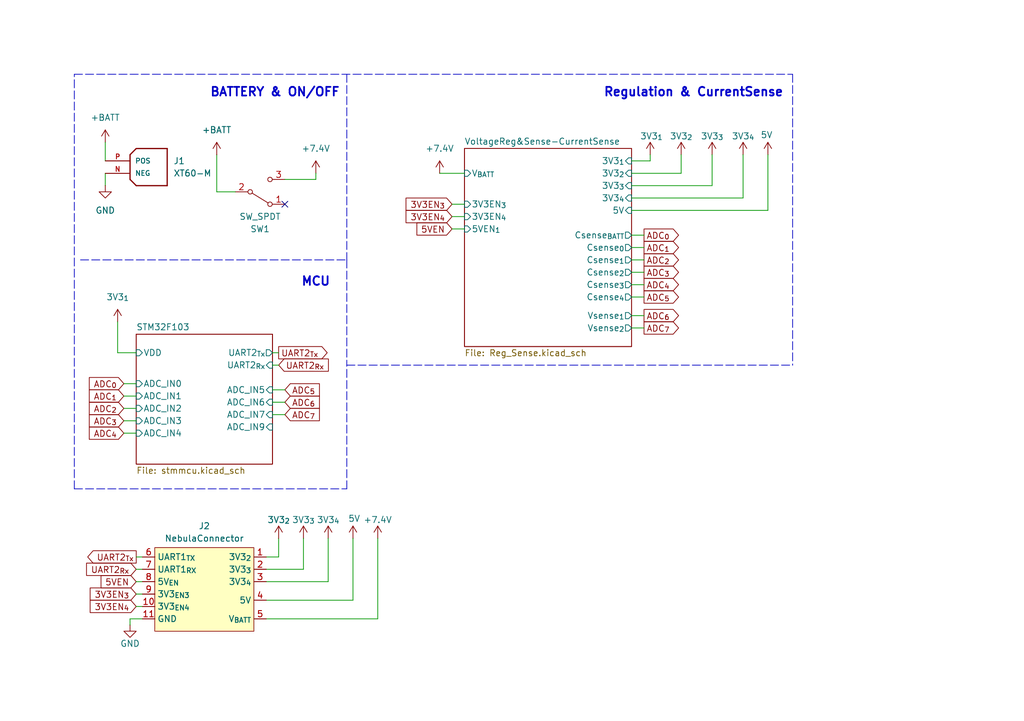
<source format=kicad_sch>
(kicad_sch (version 20250114) (generator "eeschema") (generator_version "9.0")
  (paper "A5")
  (lib_symbols
    (symbol "CompVuelo:GeneralConn"
      (property "Reference" "J" (at -9.652 10.668 0))
      (property "Value" "NebulaConnector" (at -2.032 8.382 0))
      (symbol "GeneralConn_1_1"
        (rectangle (start -10.16 6.985) (end 10.16 -10.16) (fill (type background)))
        (pin bidirectional line (at -12.7 5.08 0) (length 2.54) (name "UART1_{TX}") (number "6"))
        (pin bidirectional line (at -12.7 2.54 0) (length 2.54) (name "UART1_{RX}") (number "7"))
        (pin bidirectional line (at -12.7 0 0) (length 2.54) (name "5V_{EN}") (number "8"))
        (pin bidirectional line (at -12.7 -2.54 0) (length 2.54) (name "3V3_{EN3}") (number "9"))
        (pin bidirectional line (at -12.7 -5.08 0) (length 2.54) (name "3V3_{EN4}") (number "10"))
        (pin passive line (at -12.7 -7.62 0) (length 2.54) (name "GND") (number "11"))
        (pin bidirectional line (at 12.7 5.08 180) (length 2.54) (name "3V3_{2}") (number "1"))
        (pin bidirectional line (at 12.7 2.54 180) (length 2.54) (name "3V3_{3}") (number "2"))
        (pin bidirectional line (at 12.7 0 180) (length 2.54) (name "3V3_{4}") (number "3"))
        (pin bidirectional line (at 12.7 -3.81 180) (length 2.54) (name "5V") (number "4"))
        (pin power_in line (at 12.7 -7.62 180) (length 2.54) (name "V_{BATT}") (number "5"))
      )
    )
    (symbol "CompVuelo:SW_SPDT"
      (property "Reference" "SW" (at 0 1.778 0))
      (property "Value" "SW_SPDT" (at 0 0 0))
      (symbol "SW_SPDT_0_1"
        (circle (center -2.032 -5.08) (radius 0.4572))
        (polyline (pts (xy -1.651 -4.826) (xy 1.651 -2.794)))
        (circle (center 2.032 -2.54) (radius 0.4572))
        (circle (center 2.032 -7.62) (radius 0.4572))
      )
      (symbol "SW_SPDT_1_1"
        (pin passive line (at -5.08 -5.08 0) (length 2.54) (name "") (number "2"))
        (pin passive line (at 5.08 -2.54 180) (length 2.54) (name "") (number "1"))
        (pin passive line (at 5.08 -7.62 180) (length 2.54) (name "") (number "3"))
      )
    )
    (symbol "CompVuelo:XT60-M" (pin_names (offset 1.016))
      (property "Reference" "J" (at 0 6.35 0))
      (property "Value" "XT60-M" (at 0 -5.08 0))
      (symbol "XT60-M_0_0"
        (polyline (pts (xy 0 3.81) (xy 0 2.54)) (stroke (width 0.254)))
        (polyline (pts (xy 0 3.81) (xy 1.27 5.08)) (stroke (width 0.254)))
        (polyline (pts (xy 0 2.54) (xy 0 -1.27)) (stroke (width 0.254)))
        (polyline (pts (xy 0 -1.27) (xy 1.27 -2.54)) (stroke (width 0.254)))
        (polyline (pts (xy 1.27 -2.54) (xy 7.62 -2.54)) (stroke (width 0.254)))
        (polyline (pts (xy 7.62 5.08) (xy 1.27 5.08)) (stroke (width 0.254)))
        (polyline (pts (xy 7.62 -2.54) (xy 7.62 5.08)) (stroke (width 0.254)))
        (pin passive line (at -5.08 2.54 0) (length 5.08) (name "POS") (number "P"))
        (pin passive line (at -5.08 0 0) (length 5.08) (name "NEG") (number "N"))
      )
    )
    (symbol "power:+5V" (power) (pin_numbers (hide yes)) (pin_names (offset 0) (hide yes))
      (property "Value" "+5V" (at 0 3.556 0))
      (symbol "+5V_0_1"
        (polyline (pts (xy -0.762 1.27) (xy 0 2.54)))
        (polyline (pts (xy 0 2.54) (xy 0.762 1.27)))
        (polyline (pts (xy 0 0) (xy 0 2.54)))
      )
      (symbol "+5V_1_1"
        (pin power_in line (at 0 0 90) (length 0) (name "~") (number "1"))
      )
    )
    (symbol "power:+7.5V" (power) (pin_numbers (hide yes)) (pin_names (offset 0) (hide yes))
      (property "Value" "+7.5V" (at 0 3.556 0))
      (symbol "+7.5V_0_1"
        (polyline (pts (xy -0.762 1.27) (xy 0 2.54)))
        (polyline (pts (xy 0 2.54) (xy 0.762 1.27)))
        (polyline (pts (xy 0 0) (xy 0 2.54)))
      )
      (symbol "+7.5V_1_1"
        (pin power_in line (at 0 0 90) (length 0) (name "~") (number "1"))
      )
    )
    (symbol "power:+BATT" (power) (pin_numbers (hide yes)) (pin_names (offset 0) (hide yes))
      (property "Value" "+BATT" (at 0 3.556 0))
      (symbol "+BATT_0_1"
        (polyline (pts (xy -0.762 1.27) (xy 0 2.54)))
        (polyline (pts (xy 0 2.54) (xy 0.762 1.27)))
        (polyline (pts (xy 0 0) (xy 0 2.54)))
      )
      (symbol "+BATT_1_1"
        (pin power_in line (at 0 0 90) (length 0) (name "~") (number "1"))
      )
    )
    (symbol "power:GND" (power) (pin_numbers (hide yes)) (pin_names (offset 0) (hide yes))
      (property "Value" "GND" (at 0 -3.81 0))
      (symbol "GND_0_1"
        (polyline (pts (xy 0 0) (xy 0 -1.27) (xy 1.27 -1.27) (xy 0 -2.54) (xy -1.27 -1.27) (xy 0 -1.27)))
      )
      (symbol "GND_1_1"
        (pin power_in line (at 0 0 270) (length 0) (name "~") (number "1"))
      )
    )
  )
  (text "MCU\n" (at 64.77 57.912 0) (effects (font (size 1.778 1.778) (thickness 0.3556) (bold yes))))
  (text "Regulation & CurrentSense" (at 142.24 19.05 0) (effects (font (size 1.778 1.778) (thickness 0.3556) (bold yes))))
  (text "BATTERY & ON/OFF" (at 56.388 19.05 0) (effects (font (size 1.778 1.778) (thickness 0.3556) (bold yes))))
  (no_connect (at 58.42 41.91))
  (polyline (pts (xy 16.51 53.34) (xy 71.12 53.34)) (stroke (width 0) (type dash)))
  (wire (pts (xy 26.67 127) (xy 29.21 127)))
  (wire (pts (xy 54.61 123.19) (xy 72.39 123.19)))
  (polyline (pts (xy 15.24 100.33) (xy 15.24 15.24)) (stroke (width 0) (type dash)))
  (wire (pts (xy 21.59 29.21) (xy 21.59 33.02)))
  (wire (pts (xy 132.08 67.31) (xy 129.54 67.31)))
  (wire (pts (xy 44.45 39.37) (xy 48.26 39.37)))
  (polyline (pts (xy 71.12 100.33) (xy 71.12 74.93)) (stroke (width 0) (type dash)))
  (wire (pts (xy 24.13 72.39) (xy 24.13 66.04)))
  (wire (pts (xy 57.15 74.93) (xy 55.88 74.93)))
  (wire (pts (xy 132.08 58.42) (xy 129.54 58.42)))
  (wire (pts (xy 132.08 48.26) (xy 129.54 48.26)))
  (wire (pts (xy 129.54 35.56) (xy 139.7 35.56)))
  (wire (pts (xy 129.54 43.18) (xy 157.48 43.18)))
  (wire (pts (xy 58.42 85.09) (xy 55.88 85.09)))
  (wire (pts (xy 77.47 110.49) (xy 77.47 127)))
  (wire (pts (xy 92.71 41.91) (xy 95.25 41.91)))
  (wire (pts (xy 67.31 119.38) (xy 67.31 110.49)))
  (wire (pts (xy 58.42 80.01) (xy 55.88 80.01)))
  (wire (pts (xy 54.61 119.38) (xy 67.31 119.38)))
  (wire (pts (xy 25.4 88.9) (xy 27.94 88.9)))
  (wire (pts (xy 132.08 55.88) (xy 129.54 55.88)))
  (polyline (pts (xy 71.12 74.93) (xy 162.56 74.93)) (stroke (width 0) (type dash)))
  (wire (pts (xy 58.42 36.83) (xy 64.77 36.83)))
  (wire (pts (xy 64.77 35.56) (xy 64.77 36.83)))
  (wire (pts (xy 129.54 40.64) (xy 152.4 40.64)))
  (wire (pts (xy 133.35 33.02) (xy 133.35 31.75)))
  (wire (pts (xy 129.54 38.1) (xy 146.05 38.1)))
  (wire (pts (xy 132.08 53.34) (xy 129.54 53.34)))
  (wire (pts (xy 54.61 116.84) (xy 62.23 116.84)))
  (wire (pts (xy 25.4 81.28) (xy 27.94 81.28)))
  (wire (pts (xy 72.39 110.49) (xy 72.39 123.19)))
  (wire (pts (xy 57.15 110.49) (xy 57.15 114.3)))
  (wire (pts (xy 27.94 116.84) (xy 29.21 116.84)))
  (wire (pts (xy 77.47 127) (xy 54.61 127)))
  (wire (pts (xy 146.05 38.1) (xy 146.05 31.75)))
  (wire (pts (xy 27.94 124.46) (xy 29.21 124.46)))
  (wire (pts (xy 57.15 72.39) (xy 55.88 72.39)))
  (wire (pts (xy 132.08 60.96) (xy 129.54 60.96)))
  (wire (pts (xy 25.4 78.74) (xy 27.94 78.74)))
  (wire (pts (xy 92.71 44.45) (xy 95.25 44.45)))
  (wire (pts (xy 27.94 121.92) (xy 29.21 121.92)))
  (wire (pts (xy 152.4 40.64) (xy 152.4 31.75)))
  (polyline (pts (xy 15.24 100.33) (xy 71.12 100.33)) (stroke (width 0) (type dash)))
  (wire (pts (xy 157.48 43.18) (xy 157.48 31.75)))
  (wire (pts (xy 57.15 114.3) (xy 54.61 114.3)))
  (wire (pts (xy 25.4 83.82) (xy 27.94 83.82)))
  (wire (pts (xy 58.42 82.55) (xy 55.88 82.55)))
  (wire (pts (xy 132.08 64.77) (xy 129.54 64.77)))
  (polyline (pts (xy 71.12 15.24) (xy 71.12 53.34)) (stroke (width 0) (type dash)))
  (wire (pts (xy 139.7 35.56) (xy 139.7 31.75)))
  (wire (pts (xy 25.4 86.36) (xy 27.94 86.36)))
  (wire (pts (xy 26.67 128.27) (xy 26.67 127)))
  (wire (pts (xy 27.94 119.38) (xy 29.21 119.38)))
  (polyline (pts (xy 71.12 53.34) (xy 71.12 74.93)) (stroke (width 0) (type dash)))
  (polyline (pts (xy 12.7 166.37) (xy 222.25 166.37)) (stroke (width 0.381) (type dash)))
  (wire (pts (xy 24.13 72.39) (xy 27.94 72.39)))
  (polyline (pts (xy 15.24 15.24) (xy 162.56 15.24)) (stroke (width 0) (type dash)))
  (polyline (pts (xy 162.56 15.24) (xy 162.56 74.93)) (stroke (width 0) (type dash)))
  (wire (pts (xy 27.94 114.3) (xy 29.21 114.3)))
  (wire (pts (xy 92.71 46.99) (xy 95.25 46.99)))
  (wire (pts (xy 90.17 35.56) (xy 95.25 35.56)))
  (wire (pts (xy 62.23 110.49) (xy 62.23 116.84)))
  (wire (pts (xy 44.45 31.75) (xy 44.45 39.37)))
  (wire (pts (xy 21.59 35.56) (xy 21.59 38.1)))
  (wire (pts (xy 132.08 50.8) (xy 129.54 50.8)))
  (wire (pts (xy 129.54 33.02) (xy 133.35 33.02)))
  (global_label "UART2_{Tx}" (shape output) (at 27.94 114.3 180) (property "Intersheetrefs" "${INTERSHEET_REFS}" (effects (hide yes))))
  (global_label "UART2_{Rx}" (shape input) (at 57.15 74.93 0) (property "Intersheetrefs" "${INTERSHEET_REFS}" (effects (hide yes))))
  (global_label "3V3EN_{4}" (shape input) (at 92.71 44.45 180) (property "Intersheetrefs" "${INTERSHEET_REFS}" (effects (hide yes))))
  (global_label "ADC_{5}" (shape output) (at 132.08 60.96 0) (property "Intersheetrefs" "${INTERSHEET_REFS}" (effects (hide yes))))
  (global_label "ADC_{4}" (shape input) (at 25.4 88.9 180) (property "Intersheetrefs" "${INTERSHEET_REFS}" (effects (hide yes))))
  (global_label "ADC_{3}" (shape input) (at 25.4 86.36 180) (property "Intersheetrefs" "${INTERSHEET_REFS}" (effects (hide yes))))
  (global_label "ADC_{6}" (shape input) (at 58.42 82.55 0) (property "Intersheetrefs" "${INTERSHEET_REFS}" (effects (hide yes))))
  (global_label "ADC_{1}" (shape input) (at 25.4 81.28 180) (property "Intersheetrefs" "${INTERSHEET_REFS}" (effects (hide yes))))
  (global_label "UART2_{Rx}" (shape input) (at 27.94 116.84 180) (property "Intersheetrefs" "${INTERSHEET_REFS}" (effects (hide yes))))
  (global_label "ADC_{1}" (shape output) (at 132.08 50.8 0) (property "Intersheetrefs" "${INTERSHEET_REFS}" (effects (hide yes))))
  (global_label "ADC_{5}" (shape input) (at 58.42 80.01 0) (property "Intersheetrefs" "${INTERSHEET_REFS}" (effects (hide yes))))
  (global_label "UART2_{Tx}" (shape output) (at 57.15 72.39 0) (property "Intersheetrefs" "${INTERSHEET_REFS}" (effects (hide yes))))
  (global_label "ADC_{3}" (shape output) (at 132.08 55.88 0) (property "Intersheetrefs" "${INTERSHEET_REFS}" (effects (hide yes))))
  (global_label "ADC_{6}" (shape output) (at 132.08 64.77 0) (property "Intersheetrefs" "${INTERSHEET_REFS}" (effects (hide yes))))
  (global_label "ADC_{7}" (shape output) (at 132.08 67.31 0) (property "Intersheetrefs" "${INTERSHEET_REFS}" (effects (hide yes))))
  (global_label "ADC_{7}" (shape input) (at 58.42 85.09 0) (property "Intersheetrefs" "${INTERSHEET_REFS}" (effects (hide yes))))
  (global_label "3V3EN_{3}" (shape input) (at 92.71 41.91 180) (property "Intersheetrefs" "${INTERSHEET_REFS}" (effects (hide yes))))
  (global_label "5VEN" (shape input) (at 92.71 46.99 180) (property "Intersheetrefs" "${INTERSHEET_REFS}" (effects (hide yes))))
  (global_label "ADC_{0}" (shape output) (at 132.08 48.26 0) (property "Intersheetrefs" "${INTERSHEET_REFS}" (effects (hide yes))))
  (global_label "3V3EN_{3}" (shape input) (at 27.94 121.92 180) (property "Intersheetrefs" "${INTERSHEET_REFS}" (effects (hide yes))))
  (global_label "ADC_{4}" (shape output) (at 132.08 58.42 0) (property "Intersheetrefs" "${INTERSHEET_REFS}" (effects (hide yes))))
  (global_label "5VEN" (shape input) (at 27.94 119.38 180) (property "Intersheetrefs" "${INTERSHEET_REFS}" (effects (hide yes))))
  (global_label "ADC_{2}" (shape input) (at 25.4 83.82 180) (property "Intersheetrefs" "${INTERSHEET_REFS}" (effects (hide yes))))
  (global_label "ADC_{2}" (shape output) (at 132.08 53.34 0) (property "Intersheetrefs" "${INTERSHEET_REFS}" (effects (hide yes))))
  (global_label "ADC_{0}" (shape input) (at 25.4 78.74 180) (property "Intersheetrefs" "${INTERSHEET_REFS}" (effects (hide yes))))
  (global_label "3V3EN_{4}" (shape input) (at 27.94 124.46 180) (property "Intersheetrefs" "${INTERSHEET_REFS}" (effects (hide yes))))
  (symbol (lib_id "power:+7.5V") (at 24.13 66.04 0) (unit 1)
    (property "Reference" "#PWR01" (effects (hide yes)))
    (property "Value" "3V3_{1}" (at 24.13 60.96 0))
    (property "Description" "Power symbol creates a global label with name \"+7.5V\"" (effects (hide yes)))
  )
  (symbol (lib_id "power:GND") (at 26.67 128.27 0) (unit 1)
    (property "Reference" "#PWR02" (effects (hide yes)))
    (property "Value" "GND" (at 26.67 132.08 0))
    (property "Description" "Power symbol creates a global label with name \"GND\" , ground" (effects (hide yes)))
  )
  (symbol (lib_id "power:+7.5V") (at 57.15 110.49 0) (mirror y) (unit 1)
    (property "Reference" "#PWR06" (effects (hide yes)))
    (property "Value" "3V3_{2}" (at 57.15 106.68 0))
    (property "Description" "Power symbol creates a global label with name \"+7.5V\"" (effects (hide yes)))
  )
  (symbol (lib_id "power:+7.5V") (at 90.17 35.56 0) (unit 1)
    (property "Reference" "#PWR012" (effects (hide yes)))
    (property "Value" "+7.4V" (at 90.17 30.48 0))
    (property "Description" "Power symbol creates a global label with name \"+7.5V\"" (effects (hide yes)))
  )
  (symbol (lib_id "CompVuelo:SW_SPDT") (at 53.34 44.45 0) (mirror x) (unit 1)
    (property "Reference" "SW1" (at 53.34 46.99 0))
    (property "Value" "SW_SPDT" (at 53.34 44.45 0))
    (property "Footprint" "CompVuelo:SWSPDT" (effects (hide yes)))
    (property "Datasheet" "https://www.lcsc.com/datasheet/C19189120.pdf" (effects (hide yes)))
  )
  (symbol (lib_id "power:+7.5V") (at 139.7 31.75 0) (unit 1)
    (property "Reference" "#PWR014" (effects (hide yes)))
    (property "Value" "3V3_{2}" (at 139.7 27.94 0))
    (property "Description" "Power symbol creates a global label with name \"+7.5V\"" (effects (hide yes)))
  )
  (symbol (lib_id "power:+7.5V") (at 62.23 110.49 0) (mirror y) (unit 1)
    (property "Reference" "#PWR07" (effects (hide yes)))
    (property "Value" "3V3_{3}" (at 62.23 106.68 0))
    (property "Description" "Power symbol creates a global label with name \"+7.5V\"" (effects (hide yes)))
  )
  (symbol (lib_id "CompVuelo:XT60-M") (at 26.67 35.56 0) (unit 1)
    (property "Reference" "J1" (at 35.56 33.0199 0) (effects (justify left)))
    (property "Value" "XT60-M" (at 35.56 35.5599 0) (effects (justify left)))
    (property "Footprint" "CompVuelo:AMASS_XT60-M" (effects (hide yes)))
  )
  (symbol (lib_id "power:+7.5V") (at 152.4 31.75 0) (unit 1)
    (property "Reference" "#PWR016" (effects (hide yes)))
    (property "Value" "3V3_{4}" (at 152.4 27.94 0))
    (property "Description" "Power symbol creates a global label with name \"+7.5V\"" (effects (hide yes)))
  )
  (symbol (lib_id "power:+7.5V") (at 77.47 110.49 0) (unit 1)
    (property "Reference" "#PWR011" (effects (hide yes)))
    (property "Value" "+7.4V" (at 77.47 106.68 0))
    (property "Description" "Power symbol creates a global label with name \"+7.5V\"" (effects (hide yes)))
  )
  (symbol (lib_id "power:+7.5V") (at 146.05 31.75 0) (unit 1)
    (property "Reference" "#PWR015" (effects (hide yes)))
    (property "Value" "3V3_{3}" (at 146.05 27.94 0))
    (property "Description" "Power symbol creates a global label with name \"+7.5V\"" (effects (hide yes)))
  )
  (symbol (lib_id "power:+7.5V") (at 133.35 31.75 0) (unit 1)
    (property "Reference" "#PWR013" (effects (hide yes)))
    (property "Value" "3V3_{1}" (at 133.604 27.94 0))
    (property "Description" "Power symbol creates a global label with name \"+7.5V\"" (effects (hide yes)))
  )
  (symbol (lib_id "power:+BATT") (at 21.59 29.21 0) (unit 1)
    (property "Reference" "#PWR03" (effects (hide yes)))
    (property "Value" "+BATT" (at 21.59 24.13 0))
    (property "Description" "Power symbol creates a global label with name \"+BATT\"" (effects (hide yes)))
  )
  (symbol (lib_id "power:GND") (at 21.59 38.1 0) (unit 1)
    (property "Reference" "#PWR04" (effects (hide yes)))
    (property "Value" "GND" (at 21.59 43.18 0))
    (property "Description" "Power symbol creates a global label with name \"GND\" , ground" (effects (hide yes)))
  )
  (symbol (lib_id "power:+5V") (at 157.48 31.75 0) (unit 1)
    (property "Reference" "#PWR017" (effects (hide yes)))
    (property "Value" "5V" (at 157.226 27.686 0))
    (property "Description" "Power symbol creates a global label with name \"+5V\"" (effects (hide yes)))
  )
  (symbol (lib_id "CompVuelo:GeneralConn") (at 41.91 119.38 0) (unit 1)
    (property "Reference" "J2" (at 41.91 107.95 0))
    (property "Value" "NebulaConnector" (at 41.91 110.49 0))
    (property "Footprint" "CompVuelo:GeneralConn" (effects (hide yes)))
    (property "Description" "GeneralConnector for CompVueloNebula" (effects (hide yes)))
  )
  (symbol (lib_id "power:+7.5V") (at 67.31 110.49 0) (mirror y) (unit 1)
    (property "Reference" "#PWR09" (effects (hide yes)))
    (property "Value" "3V3_{4}" (at 67.31 106.68 0))
    (property "Description" "Power symbol creates a global label with name \"+7.5V\"" (effects (hide yes)))
  )
  (symbol (lib_id "power:+7.5V") (at 64.77 35.56 0) (unit 1)
    (property "Reference" "#PWR08" (effects (hide yes)))
    (property "Value" "+7.4V" (at 64.77 30.48 0))
    (property "Description" "Power symbol creates a global label with name \"+7.5V\"" (effects (hide yes)))
  )
  (symbol (lib_id "power:+5V") (at 72.39 110.49 0) (mirror y) (unit 1)
    (property "Reference" "#PWR010" (effects (hide yes)))
    (property "Value" "5V" (at 72.644 106.426 0))
    (property "Description" "Power symbol creates a global label with name \"+5V\"" (effects (hide yes)))
  )
  (symbol (lib_id "power:+BATT") (at 44.45 31.75 0) (unit 1)
    (property "Reference" "#PWR05" (effects (hide yes)))
    (property "Value" "+BATT" (at 44.45 26.67 0))
    (property "Description" "Power symbol creates a global label with name \"+BATT\"" (effects (hide yes)))
  )
  (sheet (at 95.25 30.48) (size 34.29 40.64) (stroke (width 0.1524))
    (property "Sheetname" "VoltageReg&Sense-CurrentSense" (at 95.25 29.7684 0) (effects (justify left bottom)))
    (property "Sheetfile" "Reg_Sense.kicad_sch" (at 95.25 71.7046 0) (effects (justify left top)))
    (pin "3V3_{1}" input (at 129.54 33.02 0))
    (pin "3V3_{2}" input (at 129.54 35.56 0))
    (pin "3V3_{3}" input (at 129.54 38.1 0))
    (pin "3V3_{4}" input (at 129.54 40.64 0))
    (pin "5V" input (at 129.54 43.18 0))
    (pin "5VEN_{1}" input (at 95.25 46.99 180))
    (pin "V_{BATT}" input (at 95.25 35.56 180))
    (pin "Csense_{0}" output (at 129.54 50.8 0))
    (pin "Csense_{1}" output (at 129.54 53.34 0))
    (pin "Csense_{2}" output (at 129.54 55.88 0))
    (pin "Csense_{3}" output (at 129.54 58.42 0))
    (pin "Csense_{4}" output (at 129.54 60.96 0))
    (pin "Csense_{BATT}" output (at 129.54 48.26 0))
    (pin "Vsense_{1}" output (at 129.54 64.77 0))
    (pin "Vsense_{2}" output (at 129.54 67.31 0))
    (pin "3V3EN_{3}" input (at 95.25 41.91 180))
    (pin "3V3EN_{4}" input (at 95.25 44.45 180))
  )
  (sheet (at 27.94 68.58) (size 27.94 26.67) (stroke (width 0.1524))
    (property "Sheetname" "STM32F103" (at 27.94 67.8684 0) (effects (justify left bottom)))
    (property "Sheetfile" "stmmcu.kicad_sch" (at 27.94 95.8346 0) (effects (justify left top)))
    (pin "ADC_IN0" input (at 27.94 78.74 180))
    (pin "ADC_IN1" input (at 27.94 81.28 180))
    (pin "ADC_IN2" input (at 27.94 83.82 180))
    (pin "ADC_IN3" input (at 27.94 86.36 180))
    (pin "ADC_IN9" input (at 55.88 87.63 0))
    (pin "VDD" input (at 27.94 72.39 180))
    (pin "ADC_IN4" input (at 27.94 88.9 180))
    (pin "ADC_IN5" input (at 55.88 80.01 0))
    (pin "ADC_IN6" input (at 55.88 82.55 0))
    (pin "ADC_IN7" input (at 55.88 85.09 0))
    (pin "UART2_{Tx}" output (at 55.88 72.39 0))
    (pin "UART2_{Rx}" input (at 55.88 74.93 0))
  )
)
</source>
